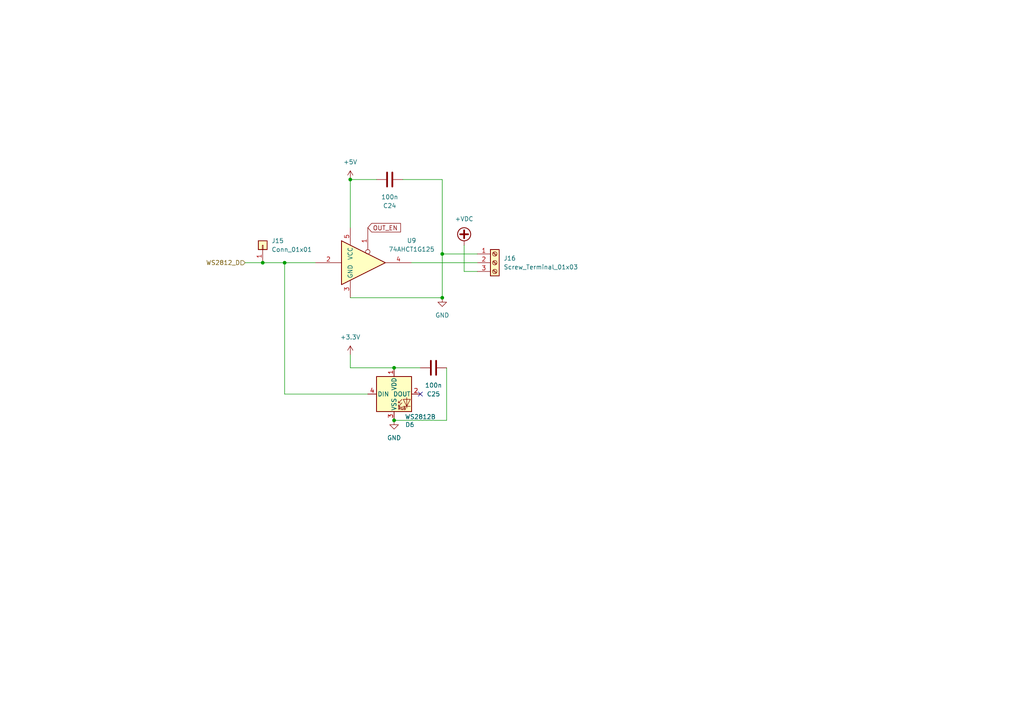
<source format=kicad_sch>
(kicad_sch
	(version 20250114)
	(generator "eeschema")
	(generator_version "9.0")
	(uuid "cc8d156b-b27c-43b6-8806-c7959ef8f83c")
	(paper "A4")
	(lib_symbols
		(symbol "74xGxx:74AHCT1G125"
			(exclude_from_sim no)
			(in_bom yes)
			(on_board yes)
			(property "Reference" "U"
				(at -2.54 3.81 0)
				(effects
					(font
						(size 1.27 1.27)
					)
				)
			)
			(property "Value" "74AHCT1G125"
				(at 0 -3.81 0)
				(effects
					(font
						(size 1.27 1.27)
					)
				)
			)
			(property "Footprint" ""
				(at 0 0 0)
				(effects
					(font
						(size 1.27 1.27)
					)
					(hide yes)
				)
			)
			(property "Datasheet" "http://www.ti.com/lit/sg/scyt129e/scyt129e.pdf"
				(at 0 0 0)
				(effects
					(font
						(size 1.27 1.27)
					)
					(hide yes)
				)
			)
			(property "Description" "Single Buffer Gate Tri-State, Low-Voltage CMOS"
				(at 0 0 0)
				(effects
					(font
						(size 1.27 1.27)
					)
					(hide yes)
				)
			)
			(property "ki_keywords" "Single Gate Buff Tri-State LVC CMOS"
				(at 0 0 0)
				(effects
					(font
						(size 1.27 1.27)
					)
					(hide yes)
				)
			)
			(property "ki_fp_filters" "SOT* SG-*"
				(at 0 0 0)
				(effects
					(font
						(size 1.27 1.27)
					)
					(hide yes)
				)
			)
			(symbol "74AHCT1G125_0_1"
				(polyline
					(pts
						(xy -7.62 6.35) (xy -7.62 -6.35) (xy 5.08 0) (xy -7.62 6.35)
					)
					(stroke
						(width 0.254)
						(type default)
					)
					(fill
						(type background)
					)
				)
			)
			(symbol "74AHCT1G125_1_1"
				(pin input line
					(at -15.24 0 0)
					(length 7.62)
					(name "~"
						(effects
							(font
								(size 1.27 1.27)
							)
						)
					)
					(number "2"
						(effects
							(font
								(size 1.27 1.27)
							)
						)
					)
				)
				(pin power_in line
					(at -5.08 10.16 270)
					(length 5.08)
					(name "VCC"
						(effects
							(font
								(size 1.27 1.27)
							)
						)
					)
					(number "5"
						(effects
							(font
								(size 1.27 1.27)
							)
						)
					)
				)
				(pin power_in line
					(at -5.08 -10.16 90)
					(length 5.08)
					(name "GND"
						(effects
							(font
								(size 1.27 1.27)
							)
						)
					)
					(number "3"
						(effects
							(font
								(size 1.27 1.27)
							)
						)
					)
				)
				(pin input inverted
					(at 0 10.16 270)
					(length 7.62)
					(name "~"
						(effects
							(font
								(size 1.27 1.27)
							)
						)
					)
					(number "1"
						(effects
							(font
								(size 1.27 1.27)
							)
						)
					)
				)
				(pin tri_state line
					(at 12.7 0 180)
					(length 7.62)
					(name "~"
						(effects
							(font
								(size 1.27 1.27)
							)
						)
					)
					(number "4"
						(effects
							(font
								(size 1.27 1.27)
							)
						)
					)
				)
			)
			(embedded_fonts no)
		)
		(symbol "Connector:Screw_Terminal_01x03"
			(pin_names
				(offset 1.016)
				(hide yes)
			)
			(exclude_from_sim no)
			(in_bom yes)
			(on_board yes)
			(property "Reference" "J"
				(at 0 5.08 0)
				(effects
					(font
						(size 1.27 1.27)
					)
				)
			)
			(property "Value" "Screw_Terminal_01x03"
				(at 0 -5.08 0)
				(effects
					(font
						(size 1.27 1.27)
					)
				)
			)
			(property "Footprint" ""
				(at 0 0 0)
				(effects
					(font
						(size 1.27 1.27)
					)
					(hide yes)
				)
			)
			(property "Datasheet" "~"
				(at 0 0 0)
				(effects
					(font
						(size 1.27 1.27)
					)
					(hide yes)
				)
			)
			(property "Description" "Generic screw terminal, single row, 01x03, script generated (kicad-library-utils/schlib/autogen/connector/)"
				(at 0 0 0)
				(effects
					(font
						(size 1.27 1.27)
					)
					(hide yes)
				)
			)
			(property "ki_keywords" "screw terminal"
				(at 0 0 0)
				(effects
					(font
						(size 1.27 1.27)
					)
					(hide yes)
				)
			)
			(property "ki_fp_filters" "TerminalBlock*:*"
				(at 0 0 0)
				(effects
					(font
						(size 1.27 1.27)
					)
					(hide yes)
				)
			)
			(symbol "Screw_Terminal_01x03_1_1"
				(rectangle
					(start -1.27 3.81)
					(end 1.27 -3.81)
					(stroke
						(width 0.254)
						(type default)
					)
					(fill
						(type background)
					)
				)
				(polyline
					(pts
						(xy -0.5334 2.8702) (xy 0.3302 2.032)
					)
					(stroke
						(width 0.1524)
						(type default)
					)
					(fill
						(type none)
					)
				)
				(polyline
					(pts
						(xy -0.5334 0.3302) (xy 0.3302 -0.508)
					)
					(stroke
						(width 0.1524)
						(type default)
					)
					(fill
						(type none)
					)
				)
				(polyline
					(pts
						(xy -0.5334 -2.2098) (xy 0.3302 -3.048)
					)
					(stroke
						(width 0.1524)
						(type default)
					)
					(fill
						(type none)
					)
				)
				(polyline
					(pts
						(xy -0.3556 3.048) (xy 0.508 2.2098)
					)
					(stroke
						(width 0.1524)
						(type default)
					)
					(fill
						(type none)
					)
				)
				(polyline
					(pts
						(xy -0.3556 0.508) (xy 0.508 -0.3302)
					)
					(stroke
						(width 0.1524)
						(type default)
					)
					(fill
						(type none)
					)
				)
				(polyline
					(pts
						(xy -0.3556 -2.032) (xy 0.508 -2.8702)
					)
					(stroke
						(width 0.1524)
						(type default)
					)
					(fill
						(type none)
					)
				)
				(circle
					(center 0 2.54)
					(radius 0.635)
					(stroke
						(width 0.1524)
						(type default)
					)
					(fill
						(type none)
					)
				)
				(circle
					(center 0 0)
					(radius 0.635)
					(stroke
						(width 0.1524)
						(type default)
					)
					(fill
						(type none)
					)
				)
				(circle
					(center 0 -2.54)
					(radius 0.635)
					(stroke
						(width 0.1524)
						(type default)
					)
					(fill
						(type none)
					)
				)
				(pin passive line
					(at -5.08 2.54 0)
					(length 3.81)
					(name "Pin_1"
						(effects
							(font
								(size 1.27 1.27)
							)
						)
					)
					(number "1"
						(effects
							(font
								(size 1.27 1.27)
							)
						)
					)
				)
				(pin passive line
					(at -5.08 0 0)
					(length 3.81)
					(name "Pin_2"
						(effects
							(font
								(size 1.27 1.27)
							)
						)
					)
					(number "2"
						(effects
							(font
								(size 1.27 1.27)
							)
						)
					)
				)
				(pin passive line
					(at -5.08 -2.54 0)
					(length 3.81)
					(name "Pin_3"
						(effects
							(font
								(size 1.27 1.27)
							)
						)
					)
					(number "3"
						(effects
							(font
								(size 1.27 1.27)
							)
						)
					)
				)
			)
			(embedded_fonts no)
		)
		(symbol "Connector_Generic:Conn_01x01"
			(pin_names
				(offset 1.016)
				(hide yes)
			)
			(exclude_from_sim no)
			(in_bom yes)
			(on_board yes)
			(property "Reference" "J"
				(at 0 2.54 0)
				(effects
					(font
						(size 1.27 1.27)
					)
				)
			)
			(property "Value" "Conn_01x01"
				(at 0 -2.54 0)
				(effects
					(font
						(size 1.27 1.27)
					)
				)
			)
			(property "Footprint" ""
				(at 0 0 0)
				(effects
					(font
						(size 1.27 1.27)
					)
					(hide yes)
				)
			)
			(property "Datasheet" "~"
				(at 0 0 0)
				(effects
					(font
						(size 1.27 1.27)
					)
					(hide yes)
				)
			)
			(property "Description" "Generic connector, single row, 01x01, script generated (kicad-library-utils/schlib/autogen/connector/)"
				(at 0 0 0)
				(effects
					(font
						(size 1.27 1.27)
					)
					(hide yes)
				)
			)
			(property "ki_keywords" "connector"
				(at 0 0 0)
				(effects
					(font
						(size 1.27 1.27)
					)
					(hide yes)
				)
			)
			(property "ki_fp_filters" "Connector*:*_1x??_*"
				(at 0 0 0)
				(effects
					(font
						(size 1.27 1.27)
					)
					(hide yes)
				)
			)
			(symbol "Conn_01x01_1_1"
				(rectangle
					(start -1.27 1.27)
					(end 1.27 -1.27)
					(stroke
						(width 0.254)
						(type default)
					)
					(fill
						(type background)
					)
				)
				(rectangle
					(start -1.27 0.127)
					(end 0 -0.127)
					(stroke
						(width 0.1524)
						(type default)
					)
					(fill
						(type none)
					)
				)
				(pin passive line
					(at -5.08 0 0)
					(length 3.81)
					(name "Pin_1"
						(effects
							(font
								(size 1.27 1.27)
							)
						)
					)
					(number "1"
						(effects
							(font
								(size 1.27 1.27)
							)
						)
					)
				)
			)
			(embedded_fonts no)
		)
		(symbol "Device:C"
			(pin_numbers
				(hide yes)
			)
			(pin_names
				(offset 0.254)
			)
			(exclude_from_sim no)
			(in_bom yes)
			(on_board yes)
			(property "Reference" "C"
				(at 0.635 2.54 0)
				(effects
					(font
						(size 1.27 1.27)
					)
					(justify left)
				)
			)
			(property "Value" "C"
				(at 0.635 -2.54 0)
				(effects
					(font
						(size 1.27 1.27)
					)
					(justify left)
				)
			)
			(property "Footprint" ""
				(at 0.9652 -3.81 0)
				(effects
					(font
						(size 1.27 1.27)
					)
					(hide yes)
				)
			)
			(property "Datasheet" "~"
				(at 0 0 0)
				(effects
					(font
						(size 1.27 1.27)
					)
					(hide yes)
				)
			)
			(property "Description" "Unpolarized capacitor"
				(at 0 0 0)
				(effects
					(font
						(size 1.27 1.27)
					)
					(hide yes)
				)
			)
			(property "ki_keywords" "cap capacitor"
				(at 0 0 0)
				(effects
					(font
						(size 1.27 1.27)
					)
					(hide yes)
				)
			)
			(property "ki_fp_filters" "C_*"
				(at 0 0 0)
				(effects
					(font
						(size 1.27 1.27)
					)
					(hide yes)
				)
			)
			(symbol "C_0_1"
				(polyline
					(pts
						(xy -2.032 0.762) (xy 2.032 0.762)
					)
					(stroke
						(width 0.508)
						(type default)
					)
					(fill
						(type none)
					)
				)
				(polyline
					(pts
						(xy -2.032 -0.762) (xy 2.032 -0.762)
					)
					(stroke
						(width 0.508)
						(type default)
					)
					(fill
						(type none)
					)
				)
			)
			(symbol "C_1_1"
				(pin passive line
					(at 0 3.81 270)
					(length 2.794)
					(name "~"
						(effects
							(font
								(size 1.27 1.27)
							)
						)
					)
					(number "1"
						(effects
							(font
								(size 1.27 1.27)
							)
						)
					)
				)
				(pin passive line
					(at 0 -3.81 90)
					(length 2.794)
					(name "~"
						(effects
							(font
								(size 1.27 1.27)
							)
						)
					)
					(number "2"
						(effects
							(font
								(size 1.27 1.27)
							)
						)
					)
				)
			)
			(embedded_fonts no)
		)
		(symbol "LED:WS2812B"
			(pin_names
				(offset 0.254)
			)
			(exclude_from_sim no)
			(in_bom yes)
			(on_board yes)
			(property "Reference" "D"
				(at 5.08 5.715 0)
				(effects
					(font
						(size 1.27 1.27)
					)
					(justify right bottom)
				)
			)
			(property "Value" "WS2812B"
				(at 1.27 -5.715 0)
				(effects
					(font
						(size 1.27 1.27)
					)
					(justify left top)
				)
			)
			(property "Footprint" "LED_SMD:LED_WS2812B_PLCC4_5.0x5.0mm_P3.2mm"
				(at 1.27 -7.62 0)
				(effects
					(font
						(size 1.27 1.27)
					)
					(justify left top)
					(hide yes)
				)
			)
			(property "Datasheet" "https://cdn-shop.adafruit.com/datasheets/WS2812B.pdf"
				(at 2.54 -9.525 0)
				(effects
					(font
						(size 1.27 1.27)
					)
					(justify left top)
					(hide yes)
				)
			)
			(property "Description" "RGB LED with integrated controller"
				(at 0 0 0)
				(effects
					(font
						(size 1.27 1.27)
					)
					(hide yes)
				)
			)
			(property "ki_keywords" "RGB LED NeoPixel addressable"
				(at 0 0 0)
				(effects
					(font
						(size 1.27 1.27)
					)
					(hide yes)
				)
			)
			(property "ki_fp_filters" "LED*WS2812*PLCC*5.0x5.0mm*P3.2mm*"
				(at 0 0 0)
				(effects
					(font
						(size 1.27 1.27)
					)
					(hide yes)
				)
			)
			(symbol "WS2812B_0_0"
				(text "RGB"
					(at 2.286 -4.191 0)
					(effects
						(font
							(size 0.762 0.762)
						)
					)
				)
			)
			(symbol "WS2812B_0_1"
				(polyline
					(pts
						(xy 1.27 -2.54) (xy 1.778 -2.54)
					)
					(stroke
						(width 0)
						(type default)
					)
					(fill
						(type none)
					)
				)
				(polyline
					(pts
						(xy 1.27 -3.556) (xy 1.778 -3.556)
					)
					(stroke
						(width 0)
						(type default)
					)
					(fill
						(type none)
					)
				)
				(polyline
					(pts
						(xy 2.286 -1.524) (xy 1.27 -2.54) (xy 1.27 -2.032)
					)
					(stroke
						(width 0)
						(type default)
					)
					(fill
						(type none)
					)
				)
				(polyline
					(pts
						(xy 2.286 -2.54) (xy 1.27 -3.556) (xy 1.27 -3.048)
					)
					(stroke
						(width 0)
						(type default)
					)
					(fill
						(type none)
					)
				)
				(polyline
					(pts
						(xy 3.683 -1.016) (xy 3.683 -3.556) (xy 3.683 -4.064)
					)
					(stroke
						(width 0)
						(type default)
					)
					(fill
						(type none)
					)
				)
				(polyline
					(pts
						(xy 4.699 -1.524) (xy 2.667 -1.524) (xy 3.683 -3.556) (xy 4.699 -1.524)
					)
					(stroke
						(width 0)
						(type default)
					)
					(fill
						(type none)
					)
				)
				(polyline
					(pts
						(xy 4.699 -3.556) (xy 2.667 -3.556)
					)
					(stroke
						(width 0)
						(type default)
					)
					(fill
						(type none)
					)
				)
				(rectangle
					(start 5.08 5.08)
					(end -5.08 -5.08)
					(stroke
						(width 0.254)
						(type default)
					)
					(fill
						(type background)
					)
				)
			)
			(symbol "WS2812B_1_1"
				(pin input line
					(at -7.62 0 0)
					(length 2.54)
					(name "DIN"
						(effects
							(font
								(size 1.27 1.27)
							)
						)
					)
					(number "4"
						(effects
							(font
								(size 1.27 1.27)
							)
						)
					)
				)
				(pin power_in line
					(at 0 7.62 270)
					(length 2.54)
					(name "VDD"
						(effects
							(font
								(size 1.27 1.27)
							)
						)
					)
					(number "1"
						(effects
							(font
								(size 1.27 1.27)
							)
						)
					)
				)
				(pin power_in line
					(at 0 -7.62 90)
					(length 2.54)
					(name "VSS"
						(effects
							(font
								(size 1.27 1.27)
							)
						)
					)
					(number "3"
						(effects
							(font
								(size 1.27 1.27)
							)
						)
					)
				)
				(pin output line
					(at 7.62 0 180)
					(length 2.54)
					(name "DOUT"
						(effects
							(font
								(size 1.27 1.27)
							)
						)
					)
					(number "2"
						(effects
							(font
								(size 1.27 1.27)
							)
						)
					)
				)
			)
			(embedded_fonts no)
		)
		(symbol "power:+3.3V"
			(power)
			(pin_numbers
				(hide yes)
			)
			(pin_names
				(offset 0)
				(hide yes)
			)
			(exclude_from_sim no)
			(in_bom yes)
			(on_board yes)
			(property "Reference" "#PWR"
				(at 0 -3.81 0)
				(effects
					(font
						(size 1.27 1.27)
					)
					(hide yes)
				)
			)
			(property "Value" "+3.3V"
				(at 0 3.556 0)
				(effects
					(font
						(size 1.27 1.27)
					)
				)
			)
			(property "Footprint" ""
				(at 0 0 0)
				(effects
					(font
						(size 1.27 1.27)
					)
					(hide yes)
				)
			)
			(property "Datasheet" ""
				(at 0 0 0)
				(effects
					(font
						(size 1.27 1.27)
					)
					(hide yes)
				)
			)
			(property "Description" "Power symbol creates a global label with name \"+3.3V\""
				(at 0 0 0)
				(effects
					(font
						(size 1.27 1.27)
					)
					(hide yes)
				)
			)
			(property "ki_keywords" "global power"
				(at 0 0 0)
				(effects
					(font
						(size 1.27 1.27)
					)
					(hide yes)
				)
			)
			(symbol "+3.3V_0_1"
				(polyline
					(pts
						(xy -0.762 1.27) (xy 0 2.54)
					)
					(stroke
						(width 0)
						(type default)
					)
					(fill
						(type none)
					)
				)
				(polyline
					(pts
						(xy 0 2.54) (xy 0.762 1.27)
					)
					(stroke
						(width 0)
						(type default)
					)
					(fill
						(type none)
					)
				)
				(polyline
					(pts
						(xy 0 0) (xy 0 2.54)
					)
					(stroke
						(width 0)
						(type default)
					)
					(fill
						(type none)
					)
				)
			)
			(symbol "+3.3V_1_1"
				(pin power_in line
					(at 0 0 90)
					(length 0)
					(name "~"
						(effects
							(font
								(size 1.27 1.27)
							)
						)
					)
					(number "1"
						(effects
							(font
								(size 1.27 1.27)
							)
						)
					)
				)
			)
			(embedded_fonts no)
		)
		(symbol "power:+5V"
			(power)
			(pin_numbers
				(hide yes)
			)
			(pin_names
				(offset 0)
				(hide yes)
			)
			(exclude_from_sim no)
			(in_bom yes)
			(on_board yes)
			(property "Reference" "#PWR"
				(at 0 -3.81 0)
				(effects
					(font
						(size 1.27 1.27)
					)
					(hide yes)
				)
			)
			(property "Value" "+5V"
				(at 0 3.556 0)
				(effects
					(font
						(size 1.27 1.27)
					)
				)
			)
			(property "Footprint" ""
				(at 0 0 0)
				(effects
					(font
						(size 1.27 1.27)
					)
					(hide yes)
				)
			)
			(property "Datasheet" ""
				(at 0 0 0)
				(effects
					(font
						(size 1.27 1.27)
					)
					(hide yes)
				)
			)
			(property "Description" "Power symbol creates a global label with name \"+5V\""
				(at 0 0 0)
				(effects
					(font
						(size 1.27 1.27)
					)
					(hide yes)
				)
			)
			(property "ki_keywords" "global power"
				(at 0 0 0)
				(effects
					(font
						(size 1.27 1.27)
					)
					(hide yes)
				)
			)
			(symbol "+5V_0_1"
				(polyline
					(pts
						(xy -0.762 1.27) (xy 0 2.54)
					)
					(stroke
						(width 0)
						(type default)
					)
					(fill
						(type none)
					)
				)
				(polyline
					(pts
						(xy 0 2.54) (xy 0.762 1.27)
					)
					(stroke
						(width 0)
						(type default)
					)
					(fill
						(type none)
					)
				)
				(polyline
					(pts
						(xy 0 0) (xy 0 2.54)
					)
					(stroke
						(width 0)
						(type default)
					)
					(fill
						(type none)
					)
				)
			)
			(symbol "+5V_1_1"
				(pin power_in line
					(at 0 0 90)
					(length 0)
					(name "~"
						(effects
							(font
								(size 1.27 1.27)
							)
						)
					)
					(number "1"
						(effects
							(font
								(size 1.27 1.27)
							)
						)
					)
				)
			)
			(embedded_fonts no)
		)
		(symbol "power:+VDC"
			(power)
			(pin_numbers
				(hide yes)
			)
			(pin_names
				(offset 0)
				(hide yes)
			)
			(exclude_from_sim no)
			(in_bom yes)
			(on_board yes)
			(property "Reference" "#PWR"
				(at 0 -2.54 0)
				(effects
					(font
						(size 1.27 1.27)
					)
					(hide yes)
				)
			)
			(property "Value" "+VDC"
				(at 0 6.35 0)
				(effects
					(font
						(size 1.27 1.27)
					)
				)
			)
			(property "Footprint" ""
				(at 0 0 0)
				(effects
					(font
						(size 1.27 1.27)
					)
					(hide yes)
				)
			)
			(property "Datasheet" ""
				(at 0 0 0)
				(effects
					(font
						(size 1.27 1.27)
					)
					(hide yes)
				)
			)
			(property "Description" "Power symbol creates a global label with name \"+VDC\""
				(at 0 0 0)
				(effects
					(font
						(size 1.27 1.27)
					)
					(hide yes)
				)
			)
			(property "ki_keywords" "global power"
				(at 0 0 0)
				(effects
					(font
						(size 1.27 1.27)
					)
					(hide yes)
				)
			)
			(symbol "+VDC_0_1"
				(polyline
					(pts
						(xy -1.143 3.175) (xy 1.143 3.175)
					)
					(stroke
						(width 0.508)
						(type default)
					)
					(fill
						(type none)
					)
				)
				(circle
					(center 0 3.175)
					(radius 1.905)
					(stroke
						(width 0.254)
						(type default)
					)
					(fill
						(type none)
					)
				)
				(polyline
					(pts
						(xy 0 2.032) (xy 0 4.318)
					)
					(stroke
						(width 0.508)
						(type default)
					)
					(fill
						(type none)
					)
				)
				(polyline
					(pts
						(xy 0 0) (xy 0 1.27)
					)
					(stroke
						(width 0)
						(type default)
					)
					(fill
						(type none)
					)
				)
			)
			(symbol "+VDC_1_1"
				(pin power_in line
					(at 0 0 90)
					(length 0)
					(name "~"
						(effects
							(font
								(size 1.27 1.27)
							)
						)
					)
					(number "1"
						(effects
							(font
								(size 1.27 1.27)
							)
						)
					)
				)
			)
			(embedded_fonts no)
		)
		(symbol "power:GND"
			(power)
			(pin_numbers
				(hide yes)
			)
			(pin_names
				(offset 0)
				(hide yes)
			)
			(exclude_from_sim no)
			(in_bom yes)
			(on_board yes)
			(property "Reference" "#PWR"
				(at 0 -6.35 0)
				(effects
					(font
						(size 1.27 1.27)
					)
					(hide yes)
				)
			)
			(property "Value" "GND"
				(at 0 -3.81 0)
				(effects
					(font
						(size 1.27 1.27)
					)
				)
			)
			(property "Footprint" ""
				(at 0 0 0)
				(effects
					(font
						(size 1.27 1.27)
					)
					(hide yes)
				)
			)
			(property "Datasheet" ""
				(at 0 0 0)
				(effects
					(font
						(size 1.27 1.27)
					)
					(hide yes)
				)
			)
			(property "Description" "Power symbol creates a global label with name \"GND\" , ground"
				(at 0 0 0)
				(effects
					(font
						(size 1.27 1.27)
					)
					(hide yes)
				)
			)
			(property "ki_keywords" "global power"
				(at 0 0 0)
				(effects
					(font
						(size 1.27 1.27)
					)
					(hide yes)
				)
			)
			(symbol "GND_0_1"
				(polyline
					(pts
						(xy 0 0) (xy 0 -1.27) (xy 1.27 -1.27) (xy 0 -2.54) (xy -1.27 -1.27) (xy 0 -1.27)
					)
					(stroke
						(width 0)
						(type default)
					)
					(fill
						(type none)
					)
				)
			)
			(symbol "GND_1_1"
				(pin power_in line
					(at 0 0 270)
					(length 0)
					(name "~"
						(effects
							(font
								(size 1.27 1.27)
							)
						)
					)
					(number "1"
						(effects
							(font
								(size 1.27 1.27)
							)
						)
					)
				)
			)
			(embedded_fonts no)
		)
	)
	(junction
		(at 114.3 106.68)
		(diameter 0)
		(color 0 0 0 0)
		(uuid "78fd7cea-5d95-4c74-b27f-5b284293a5a4")
	)
	(junction
		(at 76.2 76.2)
		(diameter 0)
		(color 0 0 0 0)
		(uuid "7c9210f2-4f01-4bd6-9105-d7721e4f86a7")
	)
	(junction
		(at 128.27 86.36)
		(diameter 0)
		(color 0 0 0 0)
		(uuid "822cadbd-ed57-4263-9938-e1653f1bdf87")
	)
	(junction
		(at 101.6 52.07)
		(diameter 0)
		(color 0 0 0 0)
		(uuid "9fcd0692-2c80-4b17-97d1-a9cff069bb11")
	)
	(junction
		(at 82.55 76.2)
		(diameter 0)
		(color 0 0 0 0)
		(uuid "b14543a5-4ffb-4617-be32-18b2cccae7ff")
	)
	(junction
		(at 114.3 121.92)
		(diameter 0)
		(color 0 0 0 0)
		(uuid "c7d400ce-d291-4759-aedd-33f499d494f9")
	)
	(junction
		(at 128.27 73.66)
		(diameter 0)
		(color 0 0 0 0)
		(uuid "ca324379-bec4-4d54-8b69-462ff9463e31")
	)
	(no_connect
		(at 121.92 114.3)
		(uuid "e688e689-79e5-474e-8105-cbd2a553830c")
	)
	(wire
		(pts
			(xy 71.12 76.2) (xy 76.2 76.2)
		)
		(stroke
			(width 0)
			(type default)
		)
		(uuid "241a6ed3-1a4f-4522-b0c4-6cf214dc4050")
	)
	(wire
		(pts
			(xy 109.22 52.07) (xy 101.6 52.07)
		)
		(stroke
			(width 0)
			(type default)
		)
		(uuid "2bb566bd-ca5e-4519-9998-214768f2e57f")
	)
	(wire
		(pts
			(xy 128.27 52.07) (xy 128.27 73.66)
		)
		(stroke
			(width 0)
			(type default)
		)
		(uuid "2fd29629-bbc5-48f0-bad9-ec673b871095")
	)
	(wire
		(pts
			(xy 114.3 106.68) (xy 121.92 106.68)
		)
		(stroke
			(width 0)
			(type default)
		)
		(uuid "383d1444-07ab-4cd0-a47f-48b9095a6d06")
	)
	(wire
		(pts
			(xy 101.6 86.36) (xy 128.27 86.36)
		)
		(stroke
			(width 0)
			(type default)
		)
		(uuid "4cfee57e-2d16-4644-9753-052b6bfb4a06")
	)
	(wire
		(pts
			(xy 138.43 73.66) (xy 128.27 73.66)
		)
		(stroke
			(width 0)
			(type default)
		)
		(uuid "52999d37-125b-4dd0-ab89-744b92b65f7c")
	)
	(wire
		(pts
			(xy 134.62 78.74) (xy 138.43 78.74)
		)
		(stroke
			(width 0)
			(type default)
		)
		(uuid "57a8f3fe-a1db-4dda-9c66-5d262f81cfea")
	)
	(wire
		(pts
			(xy 82.55 76.2) (xy 91.44 76.2)
		)
		(stroke
			(width 0)
			(type default)
		)
		(uuid "6e83a7f0-0c07-4547-a234-28e1283a1e38")
	)
	(wire
		(pts
			(xy 82.55 76.2) (xy 82.55 114.3)
		)
		(stroke
			(width 0)
			(type default)
		)
		(uuid "74246f1f-d810-43a0-83b9-a04d58c3e13a")
	)
	(wire
		(pts
			(xy 101.6 52.07) (xy 101.6 66.04)
		)
		(stroke
			(width 0)
			(type default)
		)
		(uuid "7bc5e4f8-c200-4969-ae60-f73d9fdd9891")
	)
	(wire
		(pts
			(xy 76.2 76.2) (xy 82.55 76.2)
		)
		(stroke
			(width 0)
			(type default)
		)
		(uuid "7dead5b1-a0d6-4589-8038-27833d515e2a")
	)
	(wire
		(pts
			(xy 128.27 73.66) (xy 128.27 86.36)
		)
		(stroke
			(width 0)
			(type default)
		)
		(uuid "844b37b4-4639-467f-b4eb-f018a44bd8a3")
	)
	(wire
		(pts
			(xy 119.38 76.2) (xy 138.43 76.2)
		)
		(stroke
			(width 0)
			(type default)
		)
		(uuid "c19f937a-c272-4a23-95c6-8d9ce184959f")
	)
	(wire
		(pts
			(xy 134.62 71.12) (xy 134.62 78.74)
		)
		(stroke
			(width 0)
			(type default)
		)
		(uuid "cbbb6fa5-6a38-4b33-a9de-ff9228b2789f")
	)
	(wire
		(pts
			(xy 116.84 52.07) (xy 128.27 52.07)
		)
		(stroke
			(width 0)
			(type default)
		)
		(uuid "d648b350-46b9-4eec-a5ee-d65f06c9854e")
	)
	(wire
		(pts
			(xy 114.3 121.92) (xy 129.54 121.92)
		)
		(stroke
			(width 0)
			(type default)
		)
		(uuid "dfb7aefa-186f-4546-89f0-0bc5305e11a7")
	)
	(wire
		(pts
			(xy 129.54 106.68) (xy 129.54 121.92)
		)
		(stroke
			(width 0)
			(type default)
		)
		(uuid "e1bc8ea5-6d64-4e43-ba4f-aab2547a0600")
	)
	(wire
		(pts
			(xy 101.6 102.87) (xy 101.6 106.68)
		)
		(stroke
			(width 0)
			(type default)
		)
		(uuid "ece08077-dba1-447a-88f2-cebfd4dbf8c1")
	)
	(wire
		(pts
			(xy 101.6 106.68) (xy 114.3 106.68)
		)
		(stroke
			(width 0)
			(type default)
		)
		(uuid "f4a56333-21b8-4bed-bcf9-3b44f591b012")
	)
	(wire
		(pts
			(xy 82.55 114.3) (xy 106.68 114.3)
		)
		(stroke
			(width 0)
			(type default)
		)
		(uuid "f77b9a9c-9445-4afc-bd60-23e731877a64")
	)
	(global_label "OUT_EN"
		(shape input)
		(at 106.68 66.04 0)
		(fields_autoplaced yes)
		(effects
			(font
				(size 1.27 1.27)
			)
			(justify left)
		)
		(uuid "73c0f6d5-562c-4a83-8f00-368ede425ded")
		(property "Intersheetrefs" "${INTERSHEET_REFS}"
			(at 116.7409 66.04 0)
			(effects
				(font
					(size 1.27 1.27)
				)
				(justify left)
				(hide yes)
			)
		)
	)
	(hierarchical_label "WS2812_D"
		(shape input)
		(at 71.12 76.2 180)
		(effects
			(font
				(size 1.27 1.27)
			)
			(justify right)
		)
		(uuid "00d8fcc7-2ca1-461d-ba44-e6c1a8e21ebc")
	)
	(symbol
		(lib_id "Device:C")
		(at 113.03 52.07 90)
		(mirror x)
		(unit 1)
		(exclude_from_sim no)
		(in_bom yes)
		(on_board yes)
		(dnp no)
		(uuid "0e4a7c3c-ec72-4da0-8602-e7060a85ed13")
		(property "Reference" "C22"
			(at 113.03 59.69 90)
			(effects
				(font
					(size 1.27 1.27)
				)
			)
		)
		(property "Value" "100n"
			(at 113.03 57.15 90)
			(effects
				(font
					(size 1.27 1.27)
				)
			)
		)
		(property "Footprint" "Capacitor_SMD:C_0603_1608Metric_Pad1.08x0.95mm_HandSolder"
			(at 116.84 53.0352 0)
			(effects
				(font
					(size 1.27 1.27)
				)
				(hide yes)
			)
		)
		(property "Datasheet" "~"
			(at 113.03 52.07 0)
			(effects
				(font
					(size 1.27 1.27)
				)
				(hide yes)
			)
		)
		(property "Description" "Unpolarized capacitor"
			(at 113.03 52.07 0)
			(effects
				(font
					(size 1.27 1.27)
				)
				(hide yes)
			)
		)
		(pin "2"
			(uuid "46c863ac-d8d1-4c53-85dc-b752cc062bc9")
		)
		(pin "1"
			(uuid "cad2c061-10cb-4bda-9f3d-7daa49b13d6b")
		)
		(instances
			(project "dmxdude-mini"
				(path "/bd7590c0-6a37-4bf0-a9f2-f26180744ceb/337463c9-19f6-40f5-8e97-b16881129868/00e8db54-2aab-4140-b84c-fba32f59bb48"
					(reference "C24")
					(unit 1)
				)
				(path "/bd7590c0-6a37-4bf0-a9f2-f26180744ceb/337463c9-19f6-40f5-8e97-b16881129868/d3b8d2d5-c3e6-441a-bceb-837788c2901c"
					(reference "C22")
					(unit 1)
				)
			)
		)
	)
	(symbol
		(lib_id "Connector:Screw_Terminal_01x03")
		(at 143.51 76.2 0)
		(unit 1)
		(exclude_from_sim no)
		(in_bom yes)
		(on_board yes)
		(dnp no)
		(fields_autoplaced yes)
		(uuid "0f5bda3c-e5aa-4bff-aa79-551e3e02a1ab")
		(property "Reference" "J14"
			(at 146.05 74.9299 0)
			(effects
				(font
					(size 1.27 1.27)
				)
				(justify left)
			)
		)
		(property "Value" "Screw_Terminal_01x03"
			(at 146.05 77.4699 0)
			(effects
				(font
					(size 1.27 1.27)
				)
				(justify left)
			)
		)
		(property "Footprint" "TerminalBlock_MetzConnect:TerminalBlock_MetzConnect_Type101_RT01603HBWC_1x03_P5.08mm_Horizontal"
			(at 143.51 76.2 0)
			(effects
				(font
					(size 1.27 1.27)
				)
				(hide yes)
			)
		)
		(property "Datasheet" "~"
			(at 143.51 76.2 0)
			(effects
				(font
					(size 1.27 1.27)
				)
				(hide yes)
			)
		)
		(property "Description" "Generic screw terminal, single row, 01x03, script generated (kicad-library-utils/schlib/autogen/connector/)"
			(at 143.51 76.2 0)
			(effects
				(font
					(size 1.27 1.27)
				)
				(hide yes)
			)
		)
		(pin "3"
			(uuid "f90777eb-5628-41ce-9378-4b6befd2dd9a")
		)
		(pin "1"
			(uuid "df291d42-d266-440d-be61-dec789e651cf")
		)
		(pin "2"
			(uuid "fe912b78-34bc-42ae-96cd-2896c1dbc2e4")
		)
		(instances
			(project "dmxdude-mini"
				(path "/bd7590c0-6a37-4bf0-a9f2-f26180744ceb/337463c9-19f6-40f5-8e97-b16881129868/00e8db54-2aab-4140-b84c-fba32f59bb48"
					(reference "J16")
					(unit 1)
				)
				(path "/bd7590c0-6a37-4bf0-a9f2-f26180744ceb/337463c9-19f6-40f5-8e97-b16881129868/d3b8d2d5-c3e6-441a-bceb-837788c2901c"
					(reference "J14")
					(unit 1)
				)
			)
		)
	)
	(symbol
		(lib_id "74xGxx:74AHCT1G125")
		(at 106.68 76.2 0)
		(unit 1)
		(exclude_from_sim no)
		(in_bom yes)
		(on_board yes)
		(dnp no)
		(fields_autoplaced yes)
		(uuid "13feab48-d97e-4737-8127-cccc240bc3df")
		(property "Reference" "U8"
			(at 119.38 69.7798 0)
			(effects
				(font
					(size 1.27 1.27)
				)
			)
		)
		(property "Value" "74AHCT1G125"
			(at 119.38 72.3198 0)
			(effects
				(font
					(size 1.27 1.27)
				)
			)
		)
		(property "Footprint" "Package_TO_SOT_SMD:SOT-353_SC-70-5_Handsoldering"
			(at 106.68 76.2 0)
			(effects
				(font
					(size 1.27 1.27)
				)
				(hide yes)
			)
		)
		(property "Datasheet" "http://www.ti.com/lit/sg/scyt129e/scyt129e.pdf"
			(at 106.68 76.2 0)
			(effects
				(font
					(size 1.27 1.27)
				)
				(hide yes)
			)
		)
		(property "Description" "Single Buffer Gate Tri-State, Low-Voltage CMOS"
			(at 106.68 76.2 0)
			(effects
				(font
					(size 1.27 1.27)
				)
				(hide yes)
			)
		)
		(pin "5"
			(uuid "5f525f1a-eebf-48bc-9850-5295af30e68d")
		)
		(pin "2"
			(uuid "2331ead2-014a-4845-9a32-35ceb41a105b")
		)
		(pin "3"
			(uuid "58394cdd-fda5-4ce5-8233-f241423eb6c2")
		)
		(pin "4"
			(uuid "bc72e06e-e8d1-435a-987f-d54f2aea1e26")
		)
		(pin "1"
			(uuid "a7e83f94-feeb-4255-a9fe-ec8691878b33")
		)
		(instances
			(project "dmxdude-mini"
				(path "/bd7590c0-6a37-4bf0-a9f2-f26180744ceb/337463c9-19f6-40f5-8e97-b16881129868/00e8db54-2aab-4140-b84c-fba32f59bb48"
					(reference "U9")
					(unit 1)
				)
				(path "/bd7590c0-6a37-4bf0-a9f2-f26180744ceb/337463c9-19f6-40f5-8e97-b16881129868/d3b8d2d5-c3e6-441a-bceb-837788c2901c"
					(reference "U8")
					(unit 1)
				)
			)
		)
	)
	(symbol
		(lib_id "Connector_Generic:Conn_01x01")
		(at 76.2 71.12 90)
		(unit 1)
		(exclude_from_sim no)
		(in_bom yes)
		(on_board yes)
		(dnp no)
		(fields_autoplaced yes)
		(uuid "255ab0df-7726-412a-8809-b9789a8c88a8")
		(property "Reference" "J13"
			(at 78.74 69.8499 90)
			(effects
				(font
					(size 1.27 1.27)
				)
				(justify right)
			)
		)
		(property "Value" "Conn_01x01"
			(at 78.74 72.3899 90)
			(effects
				(font
					(size 1.27 1.27)
				)
				(justify right)
			)
		)
		(property "Footprint" "Connector_PinHeader_2.54mm:PinHeader_1x01_P2.54mm_Vertical"
			(at 76.2 71.12 0)
			(effects
				(font
					(size 1.27 1.27)
				)
				(hide yes)
			)
		)
		(property "Datasheet" "~"
			(at 76.2 71.12 0)
			(effects
				(font
					(size 1.27 1.27)
				)
				(hide yes)
			)
		)
		(property "Description" "Generic connector, single row, 01x01, script generated (kicad-library-utils/schlib/autogen/connector/)"
			(at 76.2 71.12 0)
			(effects
				(font
					(size 1.27 1.27)
				)
				(hide yes)
			)
		)
		(pin "1"
			(uuid "46338e10-772e-49c9-a396-4d4e593cdb96")
		)
		(instances
			(project "dmxdude-mini"
				(path "/bd7590c0-6a37-4bf0-a9f2-f26180744ceb/337463c9-19f6-40f5-8e97-b16881129868/00e8db54-2aab-4140-b84c-fba32f59bb48"
					(reference "J15")
					(unit 1)
				)
				(path "/bd7590c0-6a37-4bf0-a9f2-f26180744ceb/337463c9-19f6-40f5-8e97-b16881129868/d3b8d2d5-c3e6-441a-bceb-837788c2901c"
					(reference "J13")
					(unit 1)
				)
			)
		)
	)
	(symbol
		(lib_id "LED:WS2812B")
		(at 114.3 114.3 0)
		(unit 1)
		(exclude_from_sim no)
		(in_bom yes)
		(on_board yes)
		(dnp no)
		(uuid "73ca94de-1fff-43c0-a0c4-74a874e021a9")
		(property "Reference" "RGB2"
			(at 118.872 123.19 0)
			(effects
				(font
					(size 1.27 1.27)
				)
			)
		)
		(property "Value" "WS2812B"
			(at 121.92 120.904 0)
			(effects
				(font
					(size 1.27 1.27)
				)
			)
		)
		(property "Footprint" "LED_SMD:LED_WS2812B_PLCC4_5.0x5.0mm_P3.2mm"
			(at 115.57 121.92 0)
			(effects
				(font
					(size 1.27 1.27)
				)
				(justify left top)
				(hide yes)
			)
		)
		(property "Datasheet" "https://cdn-shop.adafruit.com/datasheets/WS2812B.pdf"
			(at 116.84 123.825 0)
			(effects
				(font
					(size 1.27 1.27)
				)
				(justify left top)
				(hide yes)
			)
		)
		(property "Description" "RGB LED with integrated controller"
			(at 114.3 114.3 0)
			(effects
				(font
					(size 1.27 1.27)
				)
				(hide yes)
			)
		)
		(pin "4"
			(uuid "eed7eede-2e7c-4209-a949-c864fcc52f04")
		)
		(pin "1"
			(uuid "8bf0ec49-fbf5-4e1e-b5d0-88af44786e8b")
		)
		(pin "3"
			(uuid "9958bd57-51d7-483a-be4c-f8b5314e74d0")
		)
		(pin "2"
			(uuid "7e447364-d511-49cc-9372-09f903f3a3a9")
		)
		(instances
			(project "dmxdude-mini"
				(path "/bd7590c0-6a37-4bf0-a9f2-f26180744ceb/337463c9-19f6-40f5-8e97-b16881129868/00e8db54-2aab-4140-b84c-fba32f59bb48"
					(reference "D6")
					(unit 1)
				)
				(path "/bd7590c0-6a37-4bf0-a9f2-f26180744ceb/337463c9-19f6-40f5-8e97-b16881129868/d3b8d2d5-c3e6-441a-bceb-837788c2901c"
					(reference "RGB2")
					(unit 1)
				)
			)
		)
	)
	(symbol
		(lib_id "Device:C")
		(at 125.73 106.68 90)
		(mirror x)
		(unit 1)
		(exclude_from_sim no)
		(in_bom yes)
		(on_board yes)
		(dnp no)
		(uuid "8f4465a7-40f7-49eb-8a4b-bf0052f53f02")
		(property "Reference" "C23"
			(at 125.73 114.3 90)
			(effects
				(font
					(size 1.27 1.27)
				)
			)
		)
		(property "Value" "100n"
			(at 125.73 111.76 90)
			(effects
				(font
					(size 1.27 1.27)
				)
			)
		)
		(property "Footprint" "Capacitor_SMD:C_0603_1608Metric_Pad1.08x0.95mm_HandSolder"
			(at 129.54 107.6452 0)
			(effects
				(font
					(size 1.27 1.27)
				)
				(hide yes)
			)
		)
		(property "Datasheet" "~"
			(at 125.73 106.68 0)
			(effects
				(font
					(size 1.27 1.27)
				)
				(hide yes)
			)
		)
		(property "Description" "Unpolarized capacitor"
			(at 125.73 106.68 0)
			(effects
				(font
					(size 1.27 1.27)
				)
				(hide yes)
			)
		)
		(pin "2"
			(uuid "b9a1e86e-d59c-4f3d-b08b-f6ecc9abab96")
		)
		(pin "1"
			(uuid "64e02974-7f91-4288-85f6-a19c6b00a380")
		)
		(instances
			(project "dmxdude-mini"
				(path "/bd7590c0-6a37-4bf0-a9f2-f26180744ceb/337463c9-19f6-40f5-8e97-b16881129868/00e8db54-2aab-4140-b84c-fba32f59bb48"
					(reference "C25")
					(unit 1)
				)
				(path "/bd7590c0-6a37-4bf0-a9f2-f26180744ceb/337463c9-19f6-40f5-8e97-b16881129868/d3b8d2d5-c3e6-441a-bceb-837788c2901c"
					(reference "C23")
					(unit 1)
				)
			)
		)
	)
	(symbol
		(lib_id "power:GND")
		(at 128.27 86.36 0)
		(unit 1)
		(exclude_from_sim no)
		(in_bom yes)
		(on_board yes)
		(dnp no)
		(fields_autoplaced yes)
		(uuid "997fe8df-69f1-41f3-8310-f472ab9ab440")
		(property "Reference" "#PWR049"
			(at 128.27 92.71 0)
			(effects
				(font
					(size 1.27 1.27)
				)
				(hide yes)
			)
		)
		(property "Value" "GND"
			(at 128.27 91.44 0)
			(effects
				(font
					(size 1.27 1.27)
				)
			)
		)
		(property "Footprint" ""
			(at 128.27 86.36 0)
			(effects
				(font
					(size 1.27 1.27)
				)
				(hide yes)
			)
		)
		(property "Datasheet" ""
			(at 128.27 86.36 0)
			(effects
				(font
					(size 1.27 1.27)
				)
				(hide yes)
			)
		)
		(property "Description" "Power symbol creates a global label with name \"GND\" , ground"
			(at 128.27 86.36 0)
			(effects
				(font
					(size 1.27 1.27)
				)
				(hide yes)
			)
		)
		(pin "1"
			(uuid "778dd431-ac21-4db0-9998-4769727db3ef")
		)
		(instances
			(project "dmxdude-mini"
				(path "/bd7590c0-6a37-4bf0-a9f2-f26180744ceb/337463c9-19f6-40f5-8e97-b16881129868/00e8db54-2aab-4140-b84c-fba32f59bb48"
					(reference "#PWR054")
					(unit 1)
				)
				(path "/bd7590c0-6a37-4bf0-a9f2-f26180744ceb/337463c9-19f6-40f5-8e97-b16881129868/d3b8d2d5-c3e6-441a-bceb-837788c2901c"
					(reference "#PWR049")
					(unit 1)
				)
			)
		)
	)
	(symbol
		(lib_id "power:+VDC")
		(at 134.62 71.12 0)
		(unit 1)
		(exclude_from_sim no)
		(in_bom yes)
		(on_board yes)
		(dnp no)
		(fields_autoplaced yes)
		(uuid "c0df712b-2939-485d-8e60-268791cdc964")
		(property "Reference" "#PWR050"
			(at 134.62 73.66 0)
			(effects
				(font
					(size 1.27 1.27)
				)
				(hide yes)
			)
		)
		(property "Value" "+VDC"
			(at 134.62 63.5 0)
			(effects
				(font
					(size 1.27 1.27)
				)
			)
		)
		(property "Footprint" ""
			(at 134.62 71.12 0)
			(effects
				(font
					(size 1.27 1.27)
				)
				(hide yes)
			)
		)
		(property "Datasheet" ""
			(at 134.62 71.12 0)
			(effects
				(font
					(size 1.27 1.27)
				)
				(hide yes)
			)
		)
		(property "Description" "Power symbol creates a global label with name \"+VDC\""
			(at 134.62 71.12 0)
			(effects
				(font
					(size 1.27 1.27)
				)
				(hide yes)
			)
		)
		(pin "1"
			(uuid "e1bbf1e0-82d2-4f55-8be2-3b1427094c7b")
		)
		(instances
			(project "dmxdude-mini"
				(path "/bd7590c0-6a37-4bf0-a9f2-f26180744ceb/337463c9-19f6-40f5-8e97-b16881129868/00e8db54-2aab-4140-b84c-fba32f59bb48"
					(reference "#PWR055")
					(unit 1)
				)
				(path "/bd7590c0-6a37-4bf0-a9f2-f26180744ceb/337463c9-19f6-40f5-8e97-b16881129868/d3b8d2d5-c3e6-441a-bceb-837788c2901c"
					(reference "#PWR050")
					(unit 1)
				)
			)
		)
	)
	(symbol
		(lib_id "power:+3.3V")
		(at 101.6 102.87 0)
		(unit 1)
		(exclude_from_sim no)
		(in_bom yes)
		(on_board yes)
		(dnp no)
		(fields_autoplaced yes)
		(uuid "e685684d-d669-430a-b05e-4833fa386400")
		(property "Reference" "#PWR047"
			(at 101.6 106.68 0)
			(effects
				(font
					(size 1.27 1.27)
				)
				(hide yes)
			)
		)
		(property "Value" "+3.3V"
			(at 101.6 97.79 0)
			(effects
				(font
					(size 1.27 1.27)
				)
			)
		)
		(property "Footprint" ""
			(at 101.6 102.87 0)
			(effects
				(font
					(size 1.27 1.27)
				)
				(hide yes)
			)
		)
		(property "Datasheet" ""
			(at 101.6 102.87 0)
			(effects
				(font
					(size 1.27 1.27)
				)
				(hide yes)
			)
		)
		(property "Description" "Power symbol creates a global label with name \"+3.3V\""
			(at 101.6 102.87 0)
			(effects
				(font
					(size 1.27 1.27)
				)
				(hide yes)
			)
		)
		(pin "1"
			(uuid "16d6a4a3-bdcf-4eb9-af3c-14aa7a237e60")
		)
		(instances
			(project "dmxdude-mini"
				(path "/bd7590c0-6a37-4bf0-a9f2-f26180744ceb/337463c9-19f6-40f5-8e97-b16881129868/00e8db54-2aab-4140-b84c-fba32f59bb48"
					(reference "#PWR052")
					(unit 1)
				)
				(path "/bd7590c0-6a37-4bf0-a9f2-f26180744ceb/337463c9-19f6-40f5-8e97-b16881129868/d3b8d2d5-c3e6-441a-bceb-837788c2901c"
					(reference "#PWR047")
					(unit 1)
				)
			)
		)
	)
	(symbol
		(lib_id "power:GND")
		(at 114.3 121.92 0)
		(unit 1)
		(exclude_from_sim no)
		(in_bom yes)
		(on_board yes)
		(dnp no)
		(fields_autoplaced yes)
		(uuid "fa66a560-0ec8-4d24-9182-bece2775387f")
		(property "Reference" "#PWR048"
			(at 114.3 128.27 0)
			(effects
				(font
					(size 1.27 1.27)
				)
				(hide yes)
			)
		)
		(property "Value" "GND"
			(at 114.3 127 0)
			(effects
				(font
					(size 1.27 1.27)
				)
			)
		)
		(property "Footprint" ""
			(at 114.3 121.92 0)
			(effects
				(font
					(size 1.27 1.27)
				)
				(hide yes)
			)
		)
		(property "Datasheet" ""
			(at 114.3 121.92 0)
			(effects
				(font
					(size 1.27 1.27)
				)
				(hide yes)
			)
		)
		(property "Description" "Power symbol creates a global label with name \"GND\" , ground"
			(at 114.3 121.92 0)
			(effects
				(font
					(size 1.27 1.27)
				)
				(hide yes)
			)
		)
		(pin "1"
			(uuid "c835f3cd-dafa-4e29-b167-458b3a5c341a")
		)
		(instances
			(project "dmxdude-mini"
				(path "/bd7590c0-6a37-4bf0-a9f2-f26180744ceb/337463c9-19f6-40f5-8e97-b16881129868/00e8db54-2aab-4140-b84c-fba32f59bb48"
					(reference "#PWR053")
					(unit 1)
				)
				(path "/bd7590c0-6a37-4bf0-a9f2-f26180744ceb/337463c9-19f6-40f5-8e97-b16881129868/d3b8d2d5-c3e6-441a-bceb-837788c2901c"
					(reference "#PWR048")
					(unit 1)
				)
			)
		)
	)
	(symbol
		(lib_id "power:+5V")
		(at 101.6 52.07 0)
		(unit 1)
		(exclude_from_sim no)
		(in_bom yes)
		(on_board yes)
		(dnp no)
		(fields_autoplaced yes)
		(uuid "fedf754b-45b7-466f-9257-c75419033e90")
		(property "Reference" "#PWR046"
			(at 101.6 55.88 0)
			(effects
				(font
					(size 1.27 1.27)
				)
				(hide yes)
			)
		)
		(property "Value" "+5V"
			(at 101.6 46.99 0)
			(effects
				(font
					(size 1.27 1.27)
				)
			)
		)
		(property "Footprint" ""
			(at 101.6 52.07 0)
			(effects
				(font
					(size 1.27 1.27)
				)
				(hide yes)
			)
		)
		(property "Datasheet" ""
			(at 101.6 52.07 0)
			(effects
				(font
					(size 1.27 1.27)
				)
				(hide yes)
			)
		)
		(property "Description" "Power symbol creates a global label with name \"+5V\""
			(at 101.6 52.07 0)
			(effects
				(font
					(size 1.27 1.27)
				)
				(hide yes)
			)
		)
		(pin "1"
			(uuid "76795dfb-9f29-4678-93e3-8b4f616c99a1")
		)
		(instances
			(project "dmxdude-mini"
				(path "/bd7590c0-6a37-4bf0-a9f2-f26180744ceb/337463c9-19f6-40f5-8e97-b16881129868/00e8db54-2aab-4140-b84c-fba32f59bb48"
					(reference "#PWR051")
					(unit 1)
				)
				(path "/bd7590c0-6a37-4bf0-a9f2-f26180744ceb/337463c9-19f6-40f5-8e97-b16881129868/d3b8d2d5-c3e6-441a-bceb-837788c2901c"
					(reference "#PWR046")
					(unit 1)
				)
			)
		)
	)
)

</source>
